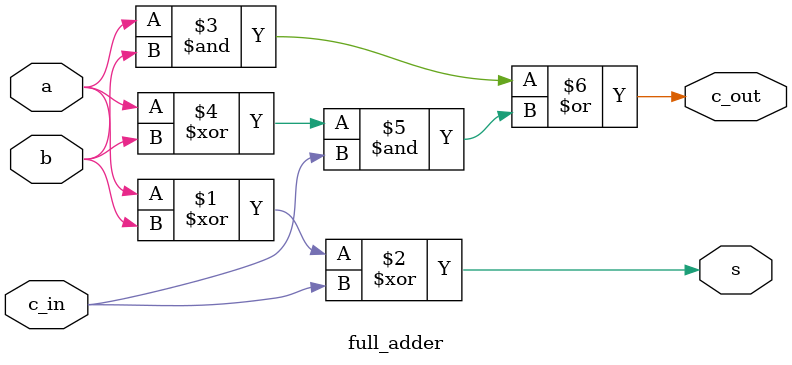
<source format=v>
module full_adder (
  input  c_in ,
  input  a    ,
  input  b    ,
  output s    ,
  output c_out
);

  assign s = a ^ b ^ c_in;
  assign c_out = a & b | (a ^ b) & c_in;

endmodule
</source>
